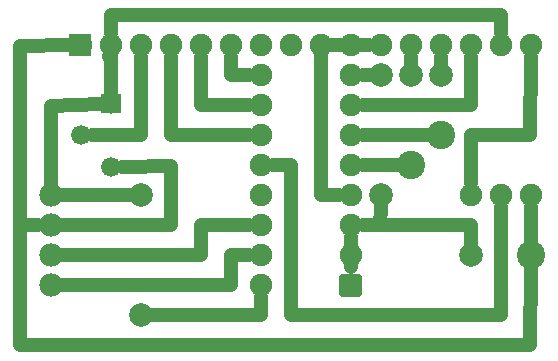
<source format=gbl>
G04 MADE WITH FRITZING*
G04 WWW.FRITZING.ORG*
G04 DOUBLE SIDED*
G04 HOLES PLATED*
G04 CONTOUR ON CENTER OF CONTOUR VECTOR*
%ASAXBY*%
%FSLAX23Y23*%
%MOIN*%
%OFA0B0*%
%SFA1.0B1.0*%
%ADD10C,0.078740*%
%ADD11C,0.094488*%
%ADD12C,0.075000*%
%ADD13C,0.066000*%
%ADD14C,0.078000*%
%ADD15R,0.075000X0.075000*%
%ADD16C,0.048000*%
%ADD17C,0.020000*%
%ADD18R,0.001000X0.001000*%
%LNCOPPER0*%
G90*
G70*
G54D10*
X1580Y395D03*
X1280Y595D03*
X1280Y995D03*
X1380Y995D03*
G54D11*
X1380Y695D03*
X1480Y795D03*
G54D10*
X1480Y995D03*
X480Y195D03*
X480Y595D03*
G54D11*
X1780Y395D03*
G54D12*
X1180Y295D03*
X880Y295D03*
X1180Y395D03*
X880Y395D03*
X1180Y495D03*
X880Y495D03*
X1180Y595D03*
X880Y595D03*
X1180Y695D03*
X880Y695D03*
X1180Y795D03*
X880Y795D03*
X1180Y895D03*
X880Y895D03*
X1180Y995D03*
X880Y995D03*
X1780Y595D03*
X1680Y595D03*
X1580Y595D03*
G54D13*
X380Y901D03*
X280Y795D03*
X380Y689D03*
X380Y901D03*
X280Y795D03*
X380Y689D03*
G54D12*
X280Y1095D03*
X380Y1095D03*
X480Y1095D03*
X580Y1095D03*
X680Y1095D03*
X780Y1095D03*
X880Y1095D03*
X980Y1095D03*
X1080Y1095D03*
X1180Y1095D03*
X1280Y1095D03*
X1380Y1095D03*
X1480Y1095D03*
X1580Y1095D03*
X1680Y1095D03*
X1780Y1095D03*
G54D14*
X180Y595D03*
X180Y495D03*
X180Y295D03*
X180Y395D03*
G54D15*
X279Y1096D03*
G54D16*
X1180Y395D02*
X1180Y455D01*
D02*
X1180Y355D02*
X1180Y395D01*
D02*
X580Y795D02*
X840Y795D01*
D02*
X580Y1055D02*
X580Y795D01*
D02*
X680Y895D02*
X840Y895D01*
D02*
X680Y1055D02*
X680Y895D01*
D02*
X780Y995D02*
X840Y995D01*
D02*
X780Y1055D02*
X780Y995D01*
D02*
X581Y496D02*
X221Y495D01*
D02*
X581Y694D02*
X581Y496D01*
D02*
X417Y690D02*
X581Y694D01*
D02*
X680Y395D02*
X221Y395D01*
D02*
X680Y495D02*
X680Y395D01*
D02*
X840Y495D02*
X680Y495D01*
D02*
X780Y295D02*
X221Y295D01*
D02*
X780Y395D02*
X780Y295D01*
D02*
X840Y395D02*
X780Y395D01*
D02*
X480Y795D02*
X317Y795D01*
D02*
X480Y1055D02*
X480Y795D01*
D02*
X380Y1195D02*
X380Y1135D01*
D02*
X1680Y1195D02*
X380Y1195D01*
D02*
X1680Y1135D02*
X1680Y1195D01*
D02*
X1580Y895D02*
X1220Y895D01*
D02*
X1580Y1055D02*
X1580Y895D01*
D02*
X1779Y797D02*
X1580Y797D01*
D02*
X1580Y797D02*
X1580Y635D01*
D02*
X1780Y1055D02*
X1779Y797D01*
D02*
X1080Y595D02*
X1140Y595D01*
D02*
X1080Y1095D02*
X1080Y595D01*
D02*
X1240Y1095D02*
X1080Y1095D01*
D02*
X980Y695D02*
X920Y695D01*
D02*
X1680Y195D02*
X980Y195D01*
D02*
X980Y195D02*
X980Y695D01*
D02*
X1680Y555D02*
X1680Y195D01*
D02*
X1480Y1055D02*
X1480Y1033D01*
D02*
X1220Y795D02*
X1442Y795D01*
D02*
X1342Y695D02*
X1220Y695D01*
D02*
X1380Y1055D02*
X1380Y1033D01*
D02*
X1279Y496D02*
X1280Y557D01*
D02*
X1220Y495D02*
X1279Y496D01*
D02*
X1220Y995D02*
X1242Y995D01*
D02*
X880Y195D02*
X880Y255D01*
D02*
X518Y195D02*
X880Y195D01*
D02*
X1780Y433D02*
X1780Y555D01*
D02*
X380Y1094D02*
X380Y938D01*
D02*
X374Y1056D02*
X380Y1094D01*
D02*
X1279Y496D02*
X1580Y496D01*
D02*
X1580Y496D02*
X1580Y433D01*
D02*
X1280Y557D02*
X1279Y496D01*
D02*
X221Y595D02*
X442Y595D01*
D02*
X180Y894D02*
X343Y900D01*
D02*
X180Y636D02*
X180Y894D01*
D02*
X79Y496D02*
X139Y495D01*
D02*
X79Y1094D02*
X79Y496D01*
D02*
X240Y1095D02*
X79Y1094D01*
D02*
X79Y96D02*
X1779Y96D01*
D02*
X1779Y96D02*
X1780Y357D01*
D02*
X79Y496D02*
X79Y96D01*
G54D17*
X1152Y268D02*
X1152Y323D01*
X1207Y323D01*
X1207Y268D01*
X1152Y268D01*
D02*
G54D18*
X347Y934D02*
X412Y934D01*
X347Y933D02*
X412Y933D01*
X347Y932D02*
X412Y932D01*
X347Y931D02*
X412Y931D01*
X347Y930D02*
X412Y930D01*
X347Y929D02*
X412Y929D01*
X347Y928D02*
X412Y928D01*
X347Y927D02*
X412Y927D01*
X347Y926D02*
X412Y926D01*
X347Y925D02*
X412Y925D01*
X347Y924D02*
X412Y924D01*
X347Y923D02*
X412Y923D01*
X347Y922D02*
X412Y922D01*
X347Y921D02*
X412Y921D01*
X347Y920D02*
X412Y920D01*
X347Y919D02*
X412Y919D01*
X347Y918D02*
X412Y918D01*
X347Y917D02*
X412Y917D01*
X347Y916D02*
X412Y916D01*
X347Y915D02*
X374Y915D01*
X384Y915D02*
X412Y915D01*
X347Y914D02*
X372Y914D01*
X387Y914D02*
X412Y914D01*
X347Y913D02*
X370Y913D01*
X388Y913D02*
X412Y913D01*
X347Y912D02*
X369Y912D01*
X390Y912D02*
X412Y912D01*
X347Y911D02*
X368Y911D01*
X391Y911D02*
X412Y911D01*
X347Y910D02*
X367Y910D01*
X391Y910D02*
X412Y910D01*
X347Y909D02*
X367Y909D01*
X392Y909D02*
X412Y909D01*
X347Y908D02*
X366Y908D01*
X393Y908D02*
X412Y908D01*
X347Y907D02*
X366Y907D01*
X393Y907D02*
X412Y907D01*
X347Y906D02*
X365Y906D01*
X393Y906D02*
X412Y906D01*
X347Y905D02*
X365Y905D01*
X394Y905D02*
X412Y905D01*
X347Y904D02*
X365Y904D01*
X394Y904D02*
X412Y904D01*
X347Y903D02*
X365Y903D01*
X394Y903D02*
X412Y903D01*
X347Y902D02*
X364Y902D01*
X394Y902D02*
X412Y902D01*
X347Y901D02*
X364Y901D01*
X394Y901D02*
X412Y901D01*
X347Y900D02*
X364Y900D01*
X394Y900D02*
X412Y900D01*
X347Y899D02*
X365Y899D01*
X394Y899D02*
X412Y899D01*
X347Y898D02*
X365Y898D01*
X394Y898D02*
X412Y898D01*
X347Y897D02*
X365Y897D01*
X394Y897D02*
X412Y897D01*
X347Y896D02*
X365Y896D01*
X393Y896D02*
X412Y896D01*
X347Y895D02*
X366Y895D01*
X393Y895D02*
X412Y895D01*
X347Y894D02*
X366Y894D01*
X392Y894D02*
X412Y894D01*
X347Y893D02*
X367Y893D01*
X392Y893D02*
X412Y893D01*
X347Y892D02*
X368Y892D01*
X391Y892D02*
X412Y892D01*
X347Y891D02*
X369Y891D01*
X390Y891D02*
X412Y891D01*
X347Y890D02*
X370Y890D01*
X389Y890D02*
X412Y890D01*
X347Y889D02*
X371Y889D01*
X387Y889D02*
X412Y889D01*
X347Y888D02*
X373Y888D01*
X385Y888D02*
X412Y888D01*
X347Y887D02*
X377Y887D01*
X381Y887D02*
X412Y887D01*
X347Y886D02*
X412Y886D01*
X347Y885D02*
X412Y885D01*
X347Y884D02*
X412Y884D01*
X347Y883D02*
X412Y883D01*
X347Y882D02*
X412Y882D01*
X347Y881D02*
X412Y881D01*
X347Y880D02*
X412Y880D01*
X347Y879D02*
X412Y879D01*
X347Y878D02*
X412Y878D01*
X347Y877D02*
X412Y877D01*
X347Y876D02*
X412Y876D01*
X347Y875D02*
X412Y875D01*
X347Y874D02*
X412Y874D01*
X347Y873D02*
X412Y873D01*
X347Y872D02*
X412Y872D01*
X347Y871D02*
X412Y871D01*
X347Y870D02*
X412Y870D01*
X347Y869D02*
X412Y869D01*
D02*
G04 End of Copper0*
M02*
</source>
